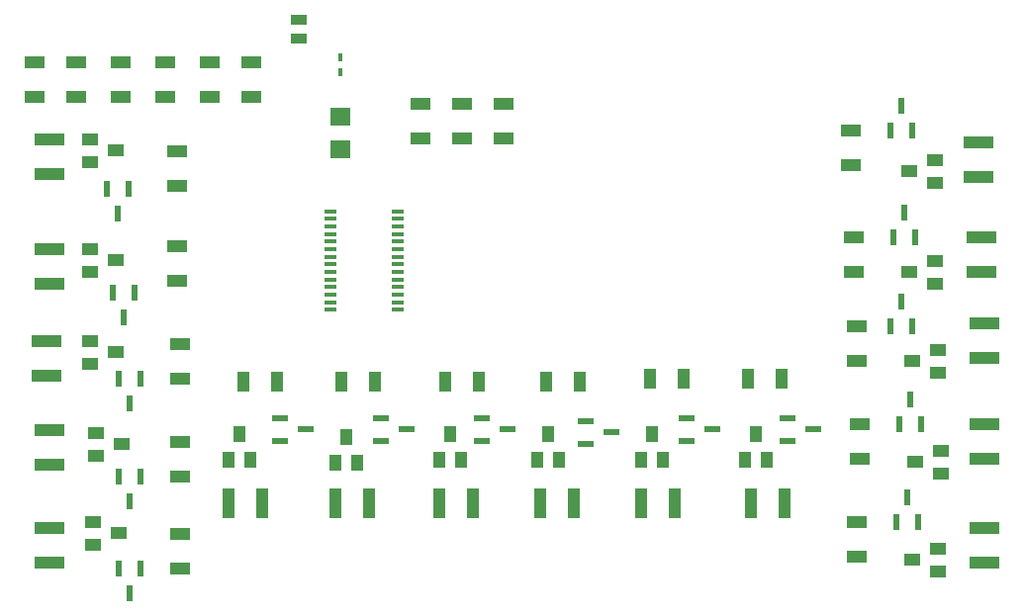
<source format=gtp>
G75*
%MOIN*%
%OFA0B0*%
%FSLAX24Y24*%
%IPPOS*%
%LPD*%
%AMOC8*
5,1,8,0,0,1.08239X$1,22.5*
%
%ADD10R,0.0390X0.0120*%
%ADD11R,0.0177X0.0266*%
%ADD12R,0.0690X0.0440*%
%ADD13R,0.0220X0.0520*%
%ADD14R,0.0551X0.0394*%
%ADD15R,0.1040X0.0440*%
%ADD16R,0.0520X0.0220*%
%ADD17R,0.0394X0.0551*%
%ADD18R,0.0440X0.1040*%
%ADD19R,0.0440X0.0690*%
%ADD20R,0.0570X0.0360*%
%ADD21R,0.0709X0.0630*%
D10*
X012751Y018063D03*
X012751Y018319D03*
X012751Y018575D03*
X012751Y018831D03*
X012751Y019087D03*
X012751Y019343D03*
X012751Y019599D03*
X012751Y019855D03*
X012751Y020111D03*
X012751Y020366D03*
X012751Y020622D03*
X012751Y020878D03*
X012751Y021134D03*
X012751Y021390D03*
X015049Y021390D03*
X015049Y021134D03*
X015049Y020878D03*
X015049Y020622D03*
X015049Y020366D03*
X015049Y020111D03*
X015049Y019855D03*
X015049Y019599D03*
X015049Y019343D03*
X015049Y019087D03*
X015049Y018831D03*
X015049Y018575D03*
X015049Y018319D03*
X015049Y018063D03*
D11*
X013100Y026076D03*
X013100Y026578D03*
D12*
X010100Y026407D03*
X010100Y025247D03*
X008700Y025247D03*
X008700Y026407D03*
X007200Y026407D03*
X007200Y025247D03*
X005700Y025247D03*
X005700Y026407D03*
X004200Y026407D03*
X004200Y025247D03*
X002800Y025247D03*
X002800Y026407D03*
X007600Y023407D03*
X007600Y022247D03*
X007600Y020207D03*
X007600Y019047D03*
X007700Y016907D03*
X007700Y015747D03*
X007700Y013607D03*
X007700Y012447D03*
X007700Y010507D03*
X007700Y009347D03*
X015800Y023847D03*
X015800Y025007D03*
X017200Y025007D03*
X017200Y023847D03*
X018600Y023847D03*
X018600Y025007D03*
X030300Y024107D03*
X030300Y022947D03*
X030400Y020507D03*
X030400Y019347D03*
X030500Y017507D03*
X030500Y016347D03*
X030600Y014207D03*
X030600Y013047D03*
X030500Y010907D03*
X030500Y009747D03*
D13*
X006000Y008497D03*
X005630Y009357D03*
X006370Y009357D03*
X006000Y011597D03*
X005630Y012457D03*
X006370Y012457D03*
X006000Y014897D03*
X005630Y015757D03*
X006370Y015757D03*
X005800Y017797D03*
X005430Y018657D03*
X006170Y018657D03*
X005600Y021297D03*
X005230Y022157D03*
X005970Y022157D03*
X031630Y024097D03*
X032370Y024097D03*
X032000Y024957D03*
X032100Y021357D03*
X031730Y020497D03*
X032470Y020497D03*
X032000Y018357D03*
X031630Y017497D03*
X032370Y017497D03*
X032300Y015057D03*
X031930Y014197D03*
X032670Y014197D03*
X032200Y011757D03*
X031830Y010897D03*
X032570Y010897D03*
D14*
X033233Y010001D03*
X033233Y009253D03*
X032367Y009627D03*
X033333Y012553D03*
X033333Y013301D03*
X032467Y012927D03*
X033233Y015953D03*
X033233Y016701D03*
X032367Y016327D03*
X033133Y018953D03*
X033133Y019701D03*
X032267Y019327D03*
X033133Y022353D03*
X033133Y023101D03*
X032267Y022727D03*
X005733Y013527D03*
X004867Y013901D03*
X004867Y013153D03*
X004767Y010901D03*
X004767Y010153D03*
X005633Y010527D03*
X004667Y016253D03*
X004667Y017001D03*
X005533Y016627D03*
X004667Y019353D03*
X005533Y019727D03*
X004667Y020101D03*
X004667Y023053D03*
X005533Y023427D03*
X004667Y023801D03*
D15*
X003300Y023807D03*
X003300Y022647D03*
X003300Y020107D03*
X003300Y018947D03*
X003200Y017007D03*
X003200Y015847D03*
X003300Y014007D03*
X003300Y012847D03*
X003300Y010707D03*
X003300Y009547D03*
X034800Y009547D03*
X034800Y010707D03*
X034800Y013047D03*
X034800Y014207D03*
X034800Y016447D03*
X034800Y017607D03*
X034700Y019347D03*
X034700Y020507D03*
X034600Y022547D03*
X034600Y023707D03*
D16*
X028170Y014397D03*
X029030Y014027D03*
X028170Y013657D03*
X025630Y014027D03*
X024770Y014397D03*
X024770Y013657D03*
X022230Y013927D03*
X021370Y014297D03*
X021370Y013557D03*
X018730Y014027D03*
X017870Y014397D03*
X017870Y013657D03*
X015330Y014027D03*
X014470Y014397D03*
X014470Y013657D03*
X011930Y014027D03*
X011070Y014397D03*
X011070Y013657D03*
D17*
X010074Y012994D03*
X009326Y012994D03*
X009700Y013860D03*
X012926Y012894D03*
X013674Y012894D03*
X013300Y013760D03*
X016426Y012994D03*
X017174Y012994D03*
X016800Y013860D03*
X019726Y012994D03*
X020474Y012994D03*
X020100Y013860D03*
X023226Y012994D03*
X023974Y012994D03*
X023600Y013860D03*
X026726Y012994D03*
X027474Y012994D03*
X027100Y013860D03*
D18*
X026920Y011527D03*
X028080Y011527D03*
X024380Y011527D03*
X023220Y011527D03*
X020980Y011527D03*
X019820Y011527D03*
X017580Y011527D03*
X016420Y011527D03*
X014080Y011527D03*
X012920Y011527D03*
X010480Y011527D03*
X009320Y011527D03*
D19*
X009820Y015627D03*
X010980Y015627D03*
X013120Y015627D03*
X014280Y015627D03*
X016620Y015627D03*
X017780Y015627D03*
X020020Y015627D03*
X021180Y015627D03*
X023520Y015727D03*
X024680Y015727D03*
X026820Y015727D03*
X027980Y015727D03*
D20*
X011700Y027207D03*
X011700Y027847D03*
D21*
X013100Y024578D03*
X013100Y023475D03*
M02*

</source>
